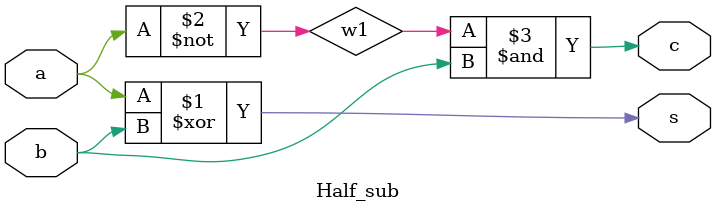
<source format=v>
`timescale 1ns / 1ps


module Half_sub(
  input a,    // Input 'a'
  input b,    // Input 'b'
  output s,   // Output 's' (difference)
  output c    // Output 'c' (borrow)
);
wire w1;
  // Combinational logic equations for difference and  borrow
 assign    s = a ^ b; // XOR operation for sum
 assign w1 = ~a; // taking not of A
 assign   c = w1 & b;  // AND operation for carry
endmodule

</source>
